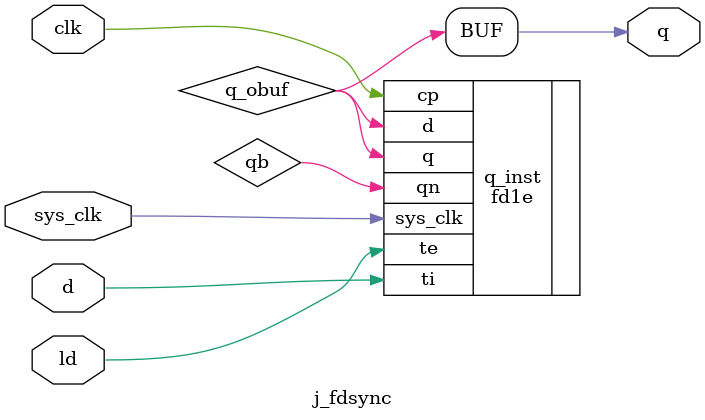
<source format=v>
/* verilator lint_off LITENDIAN */
//`include "defs.v"

module j_fdsync
(
	output q,
	input d,
	input ld,
	input clk,
	input sys_clk // Generated
);
wire qb;

// Output buffers
wire q_obuf;


// Output buffers
assign q = q_obuf;


// _DUPLO.NET (254) - q : fd1e
fd1e q_inst
(
	.q /* OUT */ (q_obuf),
	.qn /* OUT */ (qb),
	.d /* IN */ (q_obuf),
	.cp /* IN */ (clk),
	.ti /* IN */ (d),
	.te /* IN */ (ld),
	.sys_clk(sys_clk) // Generated
);

// _DUPLO.NET (255) - dummy : dummy
endmodule
/* verilator lint_on LITENDIAN */

</source>
